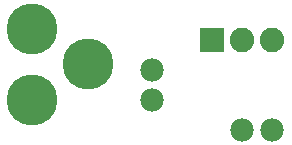
<source format=gbl>
G04 MADE WITH FRITZING*
G04 WWW.FRITZING.ORG*
G04 DOUBLE SIDED*
G04 HOLES PLATED*
G04 CONTOUR ON CENTER OF CONTOUR VECTOR*
%ASAXBY*%
%FSLAX23Y23*%
%MOIN*%
%OFA0B0*%
%SFA1.0B1.0*%
%ADD10C,0.082000*%
%ADD11C,0.078000*%
%ADD12C,0.170000*%
%ADD13R,0.082000X0.082000*%
%LNCOPPER0*%
G90*
G70*
G54D10*
X861Y626D03*
X961Y626D03*
X1061Y626D03*
G54D11*
X1061Y326D03*
X961Y326D03*
X661Y526D03*
X661Y426D03*
G54D12*
X261Y662D03*
X261Y426D03*
X446Y544D03*
G54D13*
X861Y626D03*
G04 End of Copper0*
M02*
</source>
